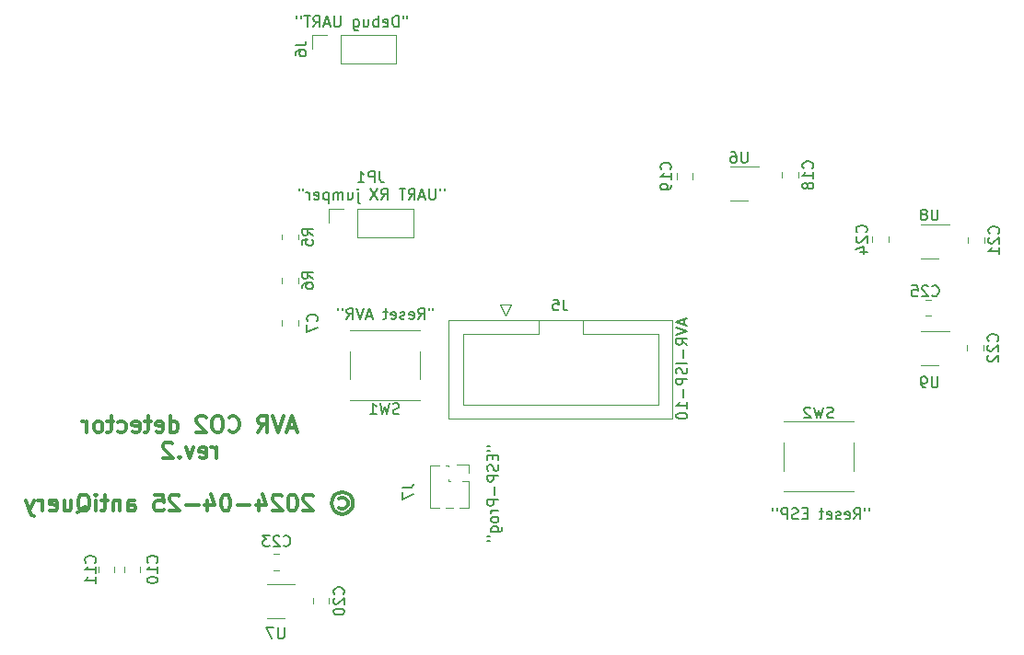
<source format=gbr>
%TF.GenerationSoftware,KiCad,Pcbnew,(6.0.11)*%
%TF.CreationDate,2024-04-25T23:10:29+03:00*%
%TF.ProjectId,avr-co2-detector,6176722d-636f-4322-9d64-65746563746f,rev.2*%
%TF.SameCoordinates,Original*%
%TF.FileFunction,Legend,Bot*%
%TF.FilePolarity,Positive*%
%FSLAX46Y46*%
G04 Gerber Fmt 4.6, Leading zero omitted, Abs format (unit mm)*
G04 Created by KiCad (PCBNEW (6.0.11)) date 2024-04-25 23:10:29*
%MOMM*%
%LPD*%
G01*
G04 APERTURE LIST*
%ADD10C,0.300000*%
%ADD11C,0.150000*%
%ADD12C,0.120000*%
G04 APERTURE END LIST*
D10*
X111250000Y-103227500D02*
X110535714Y-103227500D01*
X111392857Y-103656071D02*
X110892857Y-102156071D01*
X110392857Y-103656071D01*
X110107142Y-102156071D02*
X109607142Y-103656071D01*
X109107142Y-102156071D01*
X107750000Y-103656071D02*
X108250000Y-102941785D01*
X108607142Y-103656071D02*
X108607142Y-102156071D01*
X108035714Y-102156071D01*
X107892857Y-102227500D01*
X107821428Y-102298928D01*
X107750000Y-102441785D01*
X107750000Y-102656071D01*
X107821428Y-102798928D01*
X107892857Y-102870357D01*
X108035714Y-102941785D01*
X108607142Y-102941785D01*
X105107142Y-103513214D02*
X105178571Y-103584642D01*
X105392857Y-103656071D01*
X105535714Y-103656071D01*
X105750000Y-103584642D01*
X105892857Y-103441785D01*
X105964285Y-103298928D01*
X106035714Y-103013214D01*
X106035714Y-102798928D01*
X105964285Y-102513214D01*
X105892857Y-102370357D01*
X105750000Y-102227500D01*
X105535714Y-102156071D01*
X105392857Y-102156071D01*
X105178571Y-102227500D01*
X105107142Y-102298928D01*
X104178571Y-102156071D02*
X103892857Y-102156071D01*
X103750000Y-102227500D01*
X103607142Y-102370357D01*
X103535714Y-102656071D01*
X103535714Y-103156071D01*
X103607142Y-103441785D01*
X103750000Y-103584642D01*
X103892857Y-103656071D01*
X104178571Y-103656071D01*
X104321428Y-103584642D01*
X104464285Y-103441785D01*
X104535714Y-103156071D01*
X104535714Y-102656071D01*
X104464285Y-102370357D01*
X104321428Y-102227500D01*
X104178571Y-102156071D01*
X102964285Y-102298928D02*
X102892857Y-102227500D01*
X102750000Y-102156071D01*
X102392857Y-102156071D01*
X102250000Y-102227500D01*
X102178571Y-102298928D01*
X102107142Y-102441785D01*
X102107142Y-102584642D01*
X102178571Y-102798928D01*
X103035714Y-103656071D01*
X102107142Y-103656071D01*
X99678571Y-103656071D02*
X99678571Y-102156071D01*
X99678571Y-103584642D02*
X99821428Y-103656071D01*
X100107142Y-103656071D01*
X100250000Y-103584642D01*
X100321428Y-103513214D01*
X100392857Y-103370357D01*
X100392857Y-102941785D01*
X100321428Y-102798928D01*
X100250000Y-102727500D01*
X100107142Y-102656071D01*
X99821428Y-102656071D01*
X99678571Y-102727500D01*
X98392857Y-103584642D02*
X98535714Y-103656071D01*
X98821428Y-103656071D01*
X98964285Y-103584642D01*
X99035714Y-103441785D01*
X99035714Y-102870357D01*
X98964285Y-102727500D01*
X98821428Y-102656071D01*
X98535714Y-102656071D01*
X98392857Y-102727500D01*
X98321428Y-102870357D01*
X98321428Y-103013214D01*
X99035714Y-103156071D01*
X97892857Y-102656071D02*
X97321428Y-102656071D01*
X97678571Y-102156071D02*
X97678571Y-103441785D01*
X97607142Y-103584642D01*
X97464285Y-103656071D01*
X97321428Y-103656071D01*
X96250000Y-103584642D02*
X96392857Y-103656071D01*
X96678571Y-103656071D01*
X96821428Y-103584642D01*
X96892857Y-103441785D01*
X96892857Y-102870357D01*
X96821428Y-102727500D01*
X96678571Y-102656071D01*
X96392857Y-102656071D01*
X96250000Y-102727500D01*
X96178571Y-102870357D01*
X96178571Y-103013214D01*
X96892857Y-103156071D01*
X94892857Y-103584642D02*
X95035714Y-103656071D01*
X95321428Y-103656071D01*
X95464285Y-103584642D01*
X95535714Y-103513214D01*
X95607142Y-103370357D01*
X95607142Y-102941785D01*
X95535714Y-102798928D01*
X95464285Y-102727500D01*
X95321428Y-102656071D01*
X95035714Y-102656071D01*
X94892857Y-102727500D01*
X94464285Y-102656071D02*
X93892857Y-102656071D01*
X94250000Y-102156071D02*
X94250000Y-103441785D01*
X94178571Y-103584642D01*
X94035714Y-103656071D01*
X93892857Y-103656071D01*
X93178571Y-103656071D02*
X93321428Y-103584642D01*
X93392857Y-103513214D01*
X93464285Y-103370357D01*
X93464285Y-102941785D01*
X93392857Y-102798928D01*
X93321428Y-102727500D01*
X93178571Y-102656071D01*
X92964285Y-102656071D01*
X92821428Y-102727500D01*
X92750000Y-102798928D01*
X92678571Y-102941785D01*
X92678571Y-103370357D01*
X92750000Y-103513214D01*
X92821428Y-103584642D01*
X92964285Y-103656071D01*
X93178571Y-103656071D01*
X92035714Y-103656071D02*
X92035714Y-102656071D01*
X92035714Y-102941785D02*
X91964285Y-102798928D01*
X91892857Y-102727500D01*
X91750000Y-102656071D01*
X91607142Y-102656071D01*
X103892857Y-106071071D02*
X103892857Y-105071071D01*
X103892857Y-105356785D02*
X103821428Y-105213928D01*
X103750000Y-105142500D01*
X103607142Y-105071071D01*
X103464285Y-105071071D01*
X102392857Y-105999642D02*
X102535714Y-106071071D01*
X102821428Y-106071071D01*
X102964285Y-105999642D01*
X103035714Y-105856785D01*
X103035714Y-105285357D01*
X102964285Y-105142500D01*
X102821428Y-105071071D01*
X102535714Y-105071071D01*
X102392857Y-105142500D01*
X102321428Y-105285357D01*
X102321428Y-105428214D01*
X103035714Y-105571071D01*
X101821428Y-105071071D02*
X101464285Y-106071071D01*
X101107142Y-105071071D01*
X100535714Y-105928214D02*
X100464285Y-105999642D01*
X100535714Y-106071071D01*
X100607142Y-105999642D01*
X100535714Y-105928214D01*
X100535714Y-106071071D01*
X99892857Y-104713928D02*
X99821428Y-104642500D01*
X99678571Y-104571071D01*
X99321428Y-104571071D01*
X99178571Y-104642500D01*
X99107142Y-104713928D01*
X99035714Y-104856785D01*
X99035714Y-104999642D01*
X99107142Y-105213928D01*
X99964285Y-106071071D01*
X99035714Y-106071071D01*
X115214285Y-109758214D02*
X115357142Y-109686785D01*
X115642857Y-109686785D01*
X115785714Y-109758214D01*
X115928571Y-109901071D01*
X116000000Y-110043928D01*
X116000000Y-110329642D01*
X115928571Y-110472500D01*
X115785714Y-110615357D01*
X115642857Y-110686785D01*
X115357142Y-110686785D01*
X115214285Y-110615357D01*
X115500000Y-109186785D02*
X115857142Y-109258214D01*
X116214285Y-109472500D01*
X116428571Y-109829642D01*
X116500000Y-110186785D01*
X116428571Y-110543928D01*
X116214285Y-110901071D01*
X115857142Y-111115357D01*
X115500000Y-111186785D01*
X115142857Y-111115357D01*
X114785714Y-110901071D01*
X114571428Y-110543928D01*
X114500000Y-110186785D01*
X114571428Y-109829642D01*
X114785714Y-109472500D01*
X115142857Y-109258214D01*
X115500000Y-109186785D01*
X112785714Y-109543928D02*
X112714285Y-109472500D01*
X112571428Y-109401071D01*
X112214285Y-109401071D01*
X112071428Y-109472500D01*
X112000000Y-109543928D01*
X111928571Y-109686785D01*
X111928571Y-109829642D01*
X112000000Y-110043928D01*
X112857142Y-110901071D01*
X111928571Y-110901071D01*
X111000000Y-109401071D02*
X110857142Y-109401071D01*
X110714285Y-109472500D01*
X110642857Y-109543928D01*
X110571428Y-109686785D01*
X110500000Y-109972500D01*
X110500000Y-110329642D01*
X110571428Y-110615357D01*
X110642857Y-110758214D01*
X110714285Y-110829642D01*
X110857142Y-110901071D01*
X111000000Y-110901071D01*
X111142857Y-110829642D01*
X111214285Y-110758214D01*
X111285714Y-110615357D01*
X111357142Y-110329642D01*
X111357142Y-109972500D01*
X111285714Y-109686785D01*
X111214285Y-109543928D01*
X111142857Y-109472500D01*
X111000000Y-109401071D01*
X109928571Y-109543928D02*
X109857142Y-109472500D01*
X109714285Y-109401071D01*
X109357142Y-109401071D01*
X109214285Y-109472500D01*
X109142857Y-109543928D01*
X109071428Y-109686785D01*
X109071428Y-109829642D01*
X109142857Y-110043928D01*
X110000000Y-110901071D01*
X109071428Y-110901071D01*
X107785714Y-109901071D02*
X107785714Y-110901071D01*
X108142857Y-109329642D02*
X108500000Y-110401071D01*
X107571428Y-110401071D01*
X107000000Y-110329642D02*
X105857142Y-110329642D01*
X104857142Y-109401071D02*
X104714285Y-109401071D01*
X104571428Y-109472500D01*
X104500000Y-109543928D01*
X104428571Y-109686785D01*
X104357142Y-109972500D01*
X104357142Y-110329642D01*
X104428571Y-110615357D01*
X104500000Y-110758214D01*
X104571428Y-110829642D01*
X104714285Y-110901071D01*
X104857142Y-110901071D01*
X105000000Y-110829642D01*
X105071428Y-110758214D01*
X105142857Y-110615357D01*
X105214285Y-110329642D01*
X105214285Y-109972500D01*
X105142857Y-109686785D01*
X105071428Y-109543928D01*
X105000000Y-109472500D01*
X104857142Y-109401071D01*
X103071428Y-109901071D02*
X103071428Y-110901071D01*
X103428571Y-109329642D02*
X103785714Y-110401071D01*
X102857142Y-110401071D01*
X102285714Y-110329642D02*
X101142857Y-110329642D01*
X100500000Y-109543928D02*
X100428571Y-109472500D01*
X100285714Y-109401071D01*
X99928571Y-109401071D01*
X99785714Y-109472500D01*
X99714285Y-109543928D01*
X99642857Y-109686785D01*
X99642857Y-109829642D01*
X99714285Y-110043928D01*
X100571428Y-110901071D01*
X99642857Y-110901071D01*
X98285714Y-109401071D02*
X99000000Y-109401071D01*
X99071428Y-110115357D01*
X99000000Y-110043928D01*
X98857142Y-109972500D01*
X98500000Y-109972500D01*
X98357142Y-110043928D01*
X98285714Y-110115357D01*
X98214285Y-110258214D01*
X98214285Y-110615357D01*
X98285714Y-110758214D01*
X98357142Y-110829642D01*
X98500000Y-110901071D01*
X98857142Y-110901071D01*
X99000000Y-110829642D01*
X99071428Y-110758214D01*
X95785714Y-110901071D02*
X95785714Y-110115357D01*
X95857142Y-109972500D01*
X96000000Y-109901071D01*
X96285714Y-109901071D01*
X96428571Y-109972500D01*
X95785714Y-110829642D02*
X95928571Y-110901071D01*
X96285714Y-110901071D01*
X96428571Y-110829642D01*
X96500000Y-110686785D01*
X96500000Y-110543928D01*
X96428571Y-110401071D01*
X96285714Y-110329642D01*
X95928571Y-110329642D01*
X95785714Y-110258214D01*
X95071428Y-109901071D02*
X95071428Y-110901071D01*
X95071428Y-110043928D02*
X95000000Y-109972500D01*
X94857142Y-109901071D01*
X94642857Y-109901071D01*
X94500000Y-109972500D01*
X94428571Y-110115357D01*
X94428571Y-110901071D01*
X93928571Y-109901071D02*
X93357142Y-109901071D01*
X93714285Y-109401071D02*
X93714285Y-110686785D01*
X93642857Y-110829642D01*
X93500000Y-110901071D01*
X93357142Y-110901071D01*
X92857142Y-110901071D02*
X92857142Y-109901071D01*
X92857142Y-109401071D02*
X92928571Y-109472500D01*
X92857142Y-109543928D01*
X92785714Y-109472500D01*
X92857142Y-109401071D01*
X92857142Y-109543928D01*
X91142857Y-111043928D02*
X91285714Y-110972500D01*
X91428571Y-110829642D01*
X91642857Y-110615357D01*
X91785714Y-110543928D01*
X91928571Y-110543928D01*
X91857142Y-110901071D02*
X92000000Y-110829642D01*
X92142857Y-110686785D01*
X92214285Y-110401071D01*
X92214285Y-109901071D01*
X92142857Y-109615357D01*
X92000000Y-109472500D01*
X91857142Y-109401071D01*
X91571428Y-109401071D01*
X91428571Y-109472500D01*
X91285714Y-109615357D01*
X91214285Y-109901071D01*
X91214285Y-110401071D01*
X91285714Y-110686785D01*
X91428571Y-110829642D01*
X91571428Y-110901071D01*
X91857142Y-110901071D01*
X89928571Y-109901071D02*
X89928571Y-110901071D01*
X90571428Y-109901071D02*
X90571428Y-110686785D01*
X90500000Y-110829642D01*
X90357142Y-110901071D01*
X90142857Y-110901071D01*
X90000000Y-110829642D01*
X89928571Y-110758214D01*
X88642857Y-110829642D02*
X88785714Y-110901071D01*
X89071428Y-110901071D01*
X89214285Y-110829642D01*
X89285714Y-110686785D01*
X89285714Y-110115357D01*
X89214285Y-109972500D01*
X89071428Y-109901071D01*
X88785714Y-109901071D01*
X88642857Y-109972500D01*
X88571428Y-110115357D01*
X88571428Y-110258214D01*
X89285714Y-110401071D01*
X87928571Y-110901071D02*
X87928571Y-109901071D01*
X87928571Y-110186785D02*
X87857142Y-110043928D01*
X87785714Y-109972500D01*
X87642857Y-109901071D01*
X87500000Y-109901071D01*
X87142857Y-109901071D02*
X86785714Y-110901071D01*
X86428571Y-109901071D02*
X86785714Y-110901071D01*
X86928571Y-111258214D01*
X87000000Y-111329642D01*
X87142857Y-111401071D01*
D11*
%TO.C,C18*%
X158722856Y-79357142D02*
X158770475Y-79309523D01*
X158818094Y-79166666D01*
X158818094Y-79071428D01*
X158770475Y-78928571D01*
X158675237Y-78833333D01*
X158579999Y-78785714D01*
X158389523Y-78738095D01*
X158246666Y-78738095D01*
X158056190Y-78785714D01*
X157960952Y-78833333D01*
X157865714Y-78928571D01*
X157818094Y-79071428D01*
X157818094Y-79166666D01*
X157865714Y-79309523D01*
X157913333Y-79357142D01*
X158818094Y-80309523D02*
X158818094Y-79738095D01*
X158818094Y-80023809D02*
X157818094Y-80023809D01*
X157960952Y-79928571D01*
X158056190Y-79833333D01*
X158103809Y-79738095D01*
X158246666Y-80880952D02*
X158199047Y-80785714D01*
X158151428Y-80738095D01*
X158056190Y-80690476D01*
X158008571Y-80690476D01*
X157913333Y-80738095D01*
X157865714Y-80785714D01*
X157818094Y-80880952D01*
X157818094Y-81071428D01*
X157865714Y-81166666D01*
X157913333Y-81214285D01*
X158008571Y-81261904D01*
X158056190Y-81261904D01*
X158151428Y-81214285D01*
X158199047Y-81166666D01*
X158246666Y-81071428D01*
X158246666Y-80880952D01*
X158294285Y-80785714D01*
X158341904Y-80738095D01*
X158437142Y-80690476D01*
X158627618Y-80690476D01*
X158722856Y-80738095D01*
X158770475Y-80785714D01*
X158818094Y-80880952D01*
X158818094Y-81071428D01*
X158770475Y-81166666D01*
X158722856Y-81214285D01*
X158627618Y-81261904D01*
X158437142Y-81261904D01*
X158341904Y-81214285D01*
X158294285Y-81166666D01*
X158246666Y-81071428D01*
%TO.C,C10*%
X98457142Y-115657142D02*
X98504761Y-115609523D01*
X98552380Y-115466666D01*
X98552380Y-115371428D01*
X98504761Y-115228571D01*
X98409523Y-115133333D01*
X98314285Y-115085714D01*
X98123809Y-115038095D01*
X97980952Y-115038095D01*
X97790476Y-115085714D01*
X97695238Y-115133333D01*
X97600000Y-115228571D01*
X97552380Y-115371428D01*
X97552380Y-115466666D01*
X97600000Y-115609523D01*
X97647619Y-115657142D01*
X98552380Y-116609523D02*
X98552380Y-116038095D01*
X98552380Y-116323809D02*
X97552380Y-116323809D01*
X97695238Y-116228571D01*
X97790476Y-116133333D01*
X97838095Y-116038095D01*
X97552380Y-117228571D02*
X97552380Y-117323809D01*
X97600000Y-117419047D01*
X97647619Y-117466666D01*
X97742857Y-117514285D01*
X97933333Y-117561904D01*
X98171428Y-117561904D01*
X98361904Y-117514285D01*
X98457142Y-117466666D01*
X98504761Y-117419047D01*
X98552380Y-117323809D01*
X98552380Y-117228571D01*
X98504761Y-117133333D01*
X98457142Y-117085714D01*
X98361904Y-117038095D01*
X98171428Y-116990476D01*
X97933333Y-116990476D01*
X97742857Y-117038095D01*
X97647619Y-117085714D01*
X97600000Y-117133333D01*
X97552380Y-117228571D01*
%TO.C,U7*%
X110161904Y-121652380D02*
X110161904Y-122461904D01*
X110114285Y-122557142D01*
X110066666Y-122604761D01*
X109971428Y-122652380D01*
X109780952Y-122652380D01*
X109685714Y-122604761D01*
X109638095Y-122557142D01*
X109590476Y-122461904D01*
X109590476Y-121652380D01*
X109209523Y-121652380D02*
X108542857Y-121652380D01*
X108971428Y-122652380D01*
%TO.C,U9*%
X170261904Y-98552380D02*
X170261904Y-99361904D01*
X170214285Y-99457142D01*
X170166666Y-99504761D01*
X170071428Y-99552380D01*
X169880952Y-99552380D01*
X169785714Y-99504761D01*
X169738095Y-99457142D01*
X169690476Y-99361904D01*
X169690476Y-98552380D01*
X169166666Y-99552380D02*
X168976190Y-99552380D01*
X168880952Y-99504761D01*
X168833333Y-99457142D01*
X168738095Y-99314285D01*
X168690476Y-99123809D01*
X168690476Y-98742857D01*
X168738095Y-98647619D01*
X168785714Y-98600000D01*
X168880952Y-98552380D01*
X169071428Y-98552380D01*
X169166666Y-98600000D01*
X169214285Y-98647619D01*
X169261904Y-98742857D01*
X169261904Y-98980952D01*
X169214285Y-99076190D01*
X169166666Y-99123809D01*
X169071428Y-99171428D01*
X168880952Y-99171428D01*
X168785714Y-99123809D01*
X168738095Y-99076190D01*
X168690476Y-98980952D01*
%TO.C,C25*%
X169742857Y-91057142D02*
X169790476Y-91104761D01*
X169933333Y-91152380D01*
X170028571Y-91152380D01*
X170171428Y-91104761D01*
X170266666Y-91009523D01*
X170314285Y-90914285D01*
X170361904Y-90723809D01*
X170361904Y-90580952D01*
X170314285Y-90390476D01*
X170266666Y-90295238D01*
X170171428Y-90200000D01*
X170028571Y-90152380D01*
X169933333Y-90152380D01*
X169790476Y-90200000D01*
X169742857Y-90247619D01*
X169361904Y-90247619D02*
X169314285Y-90200000D01*
X169219047Y-90152380D01*
X168980952Y-90152380D01*
X168885714Y-90200000D01*
X168838095Y-90247619D01*
X168790476Y-90342857D01*
X168790476Y-90438095D01*
X168838095Y-90580952D01*
X169409523Y-91152380D01*
X168790476Y-91152380D01*
X167885714Y-90152380D02*
X168361904Y-90152380D01*
X168409523Y-90628571D01*
X168361904Y-90580952D01*
X168266666Y-90533333D01*
X168028571Y-90533333D01*
X167933333Y-90580952D01*
X167885714Y-90628571D01*
X167838095Y-90723809D01*
X167838095Y-90961904D01*
X167885714Y-91057142D01*
X167933333Y-91104761D01*
X168028571Y-91152380D01*
X168266666Y-91152380D01*
X168361904Y-91104761D01*
X168409523Y-91057142D01*
%TO.C,SW1*%
X120733333Y-101954761D02*
X120590476Y-102002380D01*
X120352380Y-102002380D01*
X120257142Y-101954761D01*
X120209523Y-101907142D01*
X120161904Y-101811904D01*
X120161904Y-101716666D01*
X120209523Y-101621428D01*
X120257142Y-101573809D01*
X120352380Y-101526190D01*
X120542857Y-101478571D01*
X120638095Y-101430952D01*
X120685714Y-101383333D01*
X120733333Y-101288095D01*
X120733333Y-101192857D01*
X120685714Y-101097619D01*
X120638095Y-101050000D01*
X120542857Y-101002380D01*
X120304761Y-101002380D01*
X120161904Y-101050000D01*
X119828571Y-101002380D02*
X119590476Y-102002380D01*
X119400000Y-101288095D01*
X119209523Y-102002380D01*
X118971428Y-101002380D01*
X118066666Y-102002380D02*
X118638095Y-102002380D01*
X118352380Y-102002380D02*
X118352380Y-101002380D01*
X118447619Y-101145238D01*
X118542857Y-101240476D01*
X118638095Y-101288095D01*
X123857142Y-92252380D02*
X123857142Y-92442857D01*
X123476190Y-92252380D02*
X123476190Y-92442857D01*
X122476190Y-93252380D02*
X122809523Y-92776190D01*
X123047619Y-93252380D02*
X123047619Y-92252380D01*
X122666666Y-92252380D01*
X122571428Y-92300000D01*
X122523809Y-92347619D01*
X122476190Y-92442857D01*
X122476190Y-92585714D01*
X122523809Y-92680952D01*
X122571428Y-92728571D01*
X122666666Y-92776190D01*
X123047619Y-92776190D01*
X121666666Y-93204761D02*
X121761904Y-93252380D01*
X121952380Y-93252380D01*
X122047619Y-93204761D01*
X122095238Y-93109523D01*
X122095238Y-92728571D01*
X122047619Y-92633333D01*
X121952380Y-92585714D01*
X121761904Y-92585714D01*
X121666666Y-92633333D01*
X121619047Y-92728571D01*
X121619047Y-92823809D01*
X122095238Y-92919047D01*
X121238095Y-93204761D02*
X121142857Y-93252380D01*
X120952380Y-93252380D01*
X120857142Y-93204761D01*
X120809523Y-93109523D01*
X120809523Y-93061904D01*
X120857142Y-92966666D01*
X120952380Y-92919047D01*
X121095238Y-92919047D01*
X121190476Y-92871428D01*
X121238095Y-92776190D01*
X121238095Y-92728571D01*
X121190476Y-92633333D01*
X121095238Y-92585714D01*
X120952380Y-92585714D01*
X120857142Y-92633333D01*
X120000000Y-93204761D02*
X120095238Y-93252380D01*
X120285714Y-93252380D01*
X120380952Y-93204761D01*
X120428571Y-93109523D01*
X120428571Y-92728571D01*
X120380952Y-92633333D01*
X120285714Y-92585714D01*
X120095238Y-92585714D01*
X120000000Y-92633333D01*
X119952380Y-92728571D01*
X119952380Y-92823809D01*
X120428571Y-92919047D01*
X119666666Y-92585714D02*
X119285714Y-92585714D01*
X119523809Y-92252380D02*
X119523809Y-93109523D01*
X119476190Y-93204761D01*
X119380952Y-93252380D01*
X119285714Y-93252380D01*
X118238095Y-92966666D02*
X117761904Y-92966666D01*
X118333333Y-93252380D02*
X118000000Y-92252380D01*
X117666666Y-93252380D01*
X117476190Y-92252380D02*
X117142857Y-93252380D01*
X116809523Y-92252380D01*
X115904761Y-93252380D02*
X116238095Y-92776190D01*
X116476190Y-93252380D02*
X116476190Y-92252380D01*
X116095238Y-92252380D01*
X116000000Y-92300000D01*
X115952380Y-92347619D01*
X115904761Y-92442857D01*
X115904761Y-92585714D01*
X115952380Y-92680952D01*
X116000000Y-92728571D01*
X116095238Y-92776190D01*
X116476190Y-92776190D01*
X115523809Y-92252380D02*
X115523809Y-92442857D01*
X115142857Y-92252380D02*
X115142857Y-92442857D01*
%TO.C,C23*%
X110105357Y-114057142D02*
X110152976Y-114104761D01*
X110295833Y-114152380D01*
X110391071Y-114152380D01*
X110533928Y-114104761D01*
X110629166Y-114009523D01*
X110676785Y-113914285D01*
X110724404Y-113723809D01*
X110724404Y-113580952D01*
X110676785Y-113390476D01*
X110629166Y-113295238D01*
X110533928Y-113200000D01*
X110391071Y-113152380D01*
X110295833Y-113152380D01*
X110152976Y-113200000D01*
X110105357Y-113247619D01*
X109724404Y-113247619D02*
X109676785Y-113200000D01*
X109581547Y-113152380D01*
X109343452Y-113152380D01*
X109248214Y-113200000D01*
X109200595Y-113247619D01*
X109152976Y-113342857D01*
X109152976Y-113438095D01*
X109200595Y-113580952D01*
X109772023Y-114152380D01*
X109152976Y-114152380D01*
X108819642Y-113152380D02*
X108200595Y-113152380D01*
X108533928Y-113533333D01*
X108391071Y-113533333D01*
X108295833Y-113580952D01*
X108248214Y-113628571D01*
X108200595Y-113723809D01*
X108200595Y-113961904D01*
X108248214Y-114057142D01*
X108295833Y-114104761D01*
X108391071Y-114152380D01*
X108676785Y-114152380D01*
X108772023Y-114104761D01*
X108819642Y-114057142D01*
%TO.C,J6*%
X111182380Y-68066666D02*
X111896666Y-68066666D01*
X112039523Y-68019047D01*
X112134761Y-67923809D01*
X112182380Y-67780952D01*
X112182380Y-67685714D01*
X111182380Y-68971428D02*
X111182380Y-68780952D01*
X111230000Y-68685714D01*
X111277619Y-68638095D01*
X111420476Y-68542857D01*
X111610952Y-68495238D01*
X111991904Y-68495238D01*
X112087142Y-68542857D01*
X112134761Y-68590476D01*
X112182380Y-68685714D01*
X112182380Y-68876190D01*
X112134761Y-68971428D01*
X112087142Y-69019047D01*
X111991904Y-69066666D01*
X111753809Y-69066666D01*
X111658571Y-69019047D01*
X111610952Y-68971428D01*
X111563333Y-68876190D01*
X111563333Y-68685714D01*
X111610952Y-68590476D01*
X111658571Y-68542857D01*
X111753809Y-68495238D01*
X121471428Y-65352380D02*
X121471428Y-65542857D01*
X121090476Y-65352380D02*
X121090476Y-65542857D01*
X120661904Y-66352380D02*
X120661904Y-65352380D01*
X120423809Y-65352380D01*
X120280952Y-65400000D01*
X120185714Y-65495238D01*
X120138095Y-65590476D01*
X120090476Y-65780952D01*
X120090476Y-65923809D01*
X120138095Y-66114285D01*
X120185714Y-66209523D01*
X120280952Y-66304761D01*
X120423809Y-66352380D01*
X120661904Y-66352380D01*
X119280952Y-66304761D02*
X119376190Y-66352380D01*
X119566666Y-66352380D01*
X119661904Y-66304761D01*
X119709523Y-66209523D01*
X119709523Y-65828571D01*
X119661904Y-65733333D01*
X119566666Y-65685714D01*
X119376190Y-65685714D01*
X119280952Y-65733333D01*
X119233333Y-65828571D01*
X119233333Y-65923809D01*
X119709523Y-66019047D01*
X118804761Y-66352380D02*
X118804761Y-65352380D01*
X118804761Y-65733333D02*
X118709523Y-65685714D01*
X118519047Y-65685714D01*
X118423809Y-65733333D01*
X118376190Y-65780952D01*
X118328571Y-65876190D01*
X118328571Y-66161904D01*
X118376190Y-66257142D01*
X118423809Y-66304761D01*
X118519047Y-66352380D01*
X118709523Y-66352380D01*
X118804761Y-66304761D01*
X117471428Y-65685714D02*
X117471428Y-66352380D01*
X117900000Y-65685714D02*
X117900000Y-66209523D01*
X117852380Y-66304761D01*
X117757142Y-66352380D01*
X117614285Y-66352380D01*
X117519047Y-66304761D01*
X117471428Y-66257142D01*
X116566666Y-65685714D02*
X116566666Y-66495238D01*
X116614285Y-66590476D01*
X116661904Y-66638095D01*
X116757142Y-66685714D01*
X116900000Y-66685714D01*
X116995238Y-66638095D01*
X116566666Y-66304761D02*
X116661904Y-66352380D01*
X116852380Y-66352380D01*
X116947619Y-66304761D01*
X116995238Y-66257142D01*
X117042857Y-66161904D01*
X117042857Y-65876190D01*
X116995238Y-65780952D01*
X116947619Y-65733333D01*
X116852380Y-65685714D01*
X116661904Y-65685714D01*
X116566666Y-65733333D01*
X115328571Y-65352380D02*
X115328571Y-66161904D01*
X115280952Y-66257142D01*
X115233333Y-66304761D01*
X115138095Y-66352380D01*
X114947619Y-66352380D01*
X114852380Y-66304761D01*
X114804761Y-66257142D01*
X114757142Y-66161904D01*
X114757142Y-65352380D01*
X114328571Y-66066666D02*
X113852380Y-66066666D01*
X114423809Y-66352380D02*
X114090476Y-65352380D01*
X113757142Y-66352380D01*
X112852380Y-66352380D02*
X113185714Y-65876190D01*
X113423809Y-66352380D02*
X113423809Y-65352380D01*
X113042857Y-65352380D01*
X112947619Y-65400000D01*
X112900000Y-65447619D01*
X112852380Y-65542857D01*
X112852380Y-65685714D01*
X112900000Y-65780952D01*
X112947619Y-65828571D01*
X113042857Y-65876190D01*
X113423809Y-65876190D01*
X112566666Y-65352380D02*
X111995238Y-65352380D01*
X112280952Y-66352380D02*
X112280952Y-65352380D01*
X111709523Y-65352380D02*
X111709523Y-65542857D01*
X111328571Y-65352380D02*
X111328571Y-65542857D01*
%TO.C,C22*%
X175737142Y-95257142D02*
X175784761Y-95209523D01*
X175832380Y-95066666D01*
X175832380Y-94971428D01*
X175784761Y-94828571D01*
X175689523Y-94733333D01*
X175594285Y-94685714D01*
X175403809Y-94638095D01*
X175260952Y-94638095D01*
X175070476Y-94685714D01*
X174975238Y-94733333D01*
X174880000Y-94828571D01*
X174832380Y-94971428D01*
X174832380Y-95066666D01*
X174880000Y-95209523D01*
X174927619Y-95257142D01*
X174927619Y-95638095D02*
X174880000Y-95685714D01*
X174832380Y-95780952D01*
X174832380Y-96019047D01*
X174880000Y-96114285D01*
X174927619Y-96161904D01*
X175022857Y-96209523D01*
X175118095Y-96209523D01*
X175260952Y-96161904D01*
X175832380Y-95590476D01*
X175832380Y-96209523D01*
X174927619Y-96590476D02*
X174880000Y-96638095D01*
X174832380Y-96733333D01*
X174832380Y-96971428D01*
X174880000Y-97066666D01*
X174927619Y-97114285D01*
X175022857Y-97161904D01*
X175118095Y-97161904D01*
X175260952Y-97114285D01*
X175832380Y-96542857D01*
X175832380Y-97161904D01*
%TO.C,JP1*%
X118933333Y-79652380D02*
X118933333Y-80366666D01*
X118980952Y-80509523D01*
X119076190Y-80604761D01*
X119219047Y-80652380D01*
X119314285Y-80652380D01*
X118457142Y-80652380D02*
X118457142Y-79652380D01*
X118076190Y-79652380D01*
X117980952Y-79700000D01*
X117933333Y-79747619D01*
X117885714Y-79842857D01*
X117885714Y-79985714D01*
X117933333Y-80080952D01*
X117980952Y-80128571D01*
X118076190Y-80176190D01*
X118457142Y-80176190D01*
X116933333Y-80652380D02*
X117504761Y-80652380D01*
X117219047Y-80652380D02*
X117219047Y-79652380D01*
X117314285Y-79795238D01*
X117409523Y-79890476D01*
X117504761Y-79938095D01*
X124890476Y-81252380D02*
X124890476Y-81442857D01*
X124509523Y-81252380D02*
X124509523Y-81442857D01*
X124080952Y-81252380D02*
X124080952Y-82061904D01*
X124033333Y-82157142D01*
X123985714Y-82204761D01*
X123890476Y-82252380D01*
X123700000Y-82252380D01*
X123604761Y-82204761D01*
X123557142Y-82157142D01*
X123509523Y-82061904D01*
X123509523Y-81252380D01*
X123080952Y-81966666D02*
X122604761Y-81966666D01*
X123176190Y-82252380D02*
X122842857Y-81252380D01*
X122509523Y-82252380D01*
X121604761Y-82252380D02*
X121938095Y-81776190D01*
X122176190Y-82252380D02*
X122176190Y-81252380D01*
X121795238Y-81252380D01*
X121700000Y-81300000D01*
X121652380Y-81347619D01*
X121604761Y-81442857D01*
X121604761Y-81585714D01*
X121652380Y-81680952D01*
X121700000Y-81728571D01*
X121795238Y-81776190D01*
X122176190Y-81776190D01*
X121319047Y-81252380D02*
X120747619Y-81252380D01*
X121033333Y-82252380D02*
X121033333Y-81252380D01*
X119080952Y-82252380D02*
X119414285Y-81776190D01*
X119652380Y-82252380D02*
X119652380Y-81252380D01*
X119271428Y-81252380D01*
X119176190Y-81300000D01*
X119128571Y-81347619D01*
X119080952Y-81442857D01*
X119080952Y-81585714D01*
X119128571Y-81680952D01*
X119176190Y-81728571D01*
X119271428Y-81776190D01*
X119652380Y-81776190D01*
X118747619Y-81252380D02*
X118080952Y-82252380D01*
X118080952Y-81252380D02*
X118747619Y-82252380D01*
X116938095Y-81585714D02*
X116938095Y-82442857D01*
X116985714Y-82538095D01*
X117080952Y-82585714D01*
X117128571Y-82585714D01*
X116938095Y-81252380D02*
X116985714Y-81300000D01*
X116938095Y-81347619D01*
X116890476Y-81300000D01*
X116938095Y-81252380D01*
X116938095Y-81347619D01*
X116033333Y-81585714D02*
X116033333Y-82252380D01*
X116461904Y-81585714D02*
X116461904Y-82109523D01*
X116414285Y-82204761D01*
X116319047Y-82252380D01*
X116176190Y-82252380D01*
X116080952Y-82204761D01*
X116033333Y-82157142D01*
X115557142Y-82252380D02*
X115557142Y-81585714D01*
X115557142Y-81680952D02*
X115509523Y-81633333D01*
X115414285Y-81585714D01*
X115271428Y-81585714D01*
X115176190Y-81633333D01*
X115128571Y-81728571D01*
X115128571Y-82252380D01*
X115128571Y-81728571D02*
X115080952Y-81633333D01*
X114985714Y-81585714D01*
X114842857Y-81585714D01*
X114747619Y-81633333D01*
X114700000Y-81728571D01*
X114700000Y-82252380D01*
X114223809Y-81585714D02*
X114223809Y-82585714D01*
X114223809Y-81633333D02*
X114128571Y-81585714D01*
X113938095Y-81585714D01*
X113842857Y-81633333D01*
X113795238Y-81680952D01*
X113747619Y-81776190D01*
X113747619Y-82061904D01*
X113795238Y-82157142D01*
X113842857Y-82204761D01*
X113938095Y-82252380D01*
X114128571Y-82252380D01*
X114223809Y-82204761D01*
X112938095Y-82204761D02*
X113033333Y-82252380D01*
X113223809Y-82252380D01*
X113319047Y-82204761D01*
X113366666Y-82109523D01*
X113366666Y-81728571D01*
X113319047Y-81633333D01*
X113223809Y-81585714D01*
X113033333Y-81585714D01*
X112938095Y-81633333D01*
X112890476Y-81728571D01*
X112890476Y-81823809D01*
X113366666Y-81919047D01*
X112461904Y-82252380D02*
X112461904Y-81585714D01*
X112461904Y-81776190D02*
X112414285Y-81680952D01*
X112366666Y-81633333D01*
X112271428Y-81585714D01*
X112176190Y-81585714D01*
X111890476Y-81252380D02*
X111890476Y-81442857D01*
X111509523Y-81252380D02*
X111509523Y-81442857D01*
%TO.C,J7*%
X121052380Y-108766666D02*
X121766666Y-108766666D01*
X121909523Y-108719047D01*
X122004761Y-108623809D01*
X122052380Y-108480952D01*
X122052380Y-108385714D01*
X121052380Y-109147619D02*
X121052380Y-109814285D01*
X122052380Y-109385714D01*
X128852380Y-104966666D02*
X129042857Y-104966666D01*
X128852380Y-105347619D02*
X129042857Y-105347619D01*
X129328571Y-105776190D02*
X129328571Y-106109523D01*
X129852380Y-106252380D02*
X129852380Y-105776190D01*
X128852380Y-105776190D01*
X128852380Y-106252380D01*
X129804761Y-106633333D02*
X129852380Y-106776190D01*
X129852380Y-107014285D01*
X129804761Y-107109523D01*
X129757142Y-107157142D01*
X129661904Y-107204761D01*
X129566666Y-107204761D01*
X129471428Y-107157142D01*
X129423809Y-107109523D01*
X129376190Y-107014285D01*
X129328571Y-106823809D01*
X129280952Y-106728571D01*
X129233333Y-106680952D01*
X129138095Y-106633333D01*
X129042857Y-106633333D01*
X128947619Y-106680952D01*
X128900000Y-106728571D01*
X128852380Y-106823809D01*
X128852380Y-107061904D01*
X128900000Y-107204761D01*
X129852380Y-107633333D02*
X128852380Y-107633333D01*
X128852380Y-108014285D01*
X128900000Y-108109523D01*
X128947619Y-108157142D01*
X129042857Y-108204761D01*
X129185714Y-108204761D01*
X129280952Y-108157142D01*
X129328571Y-108109523D01*
X129376190Y-108014285D01*
X129376190Y-107633333D01*
X129471428Y-108633333D02*
X129471428Y-109395238D01*
X129852380Y-109871428D02*
X128852380Y-109871428D01*
X128852380Y-110252380D01*
X128900000Y-110347619D01*
X128947619Y-110395238D01*
X129042857Y-110442857D01*
X129185714Y-110442857D01*
X129280952Y-110395238D01*
X129328571Y-110347619D01*
X129376190Y-110252380D01*
X129376190Y-109871428D01*
X129852380Y-110871428D02*
X129185714Y-110871428D01*
X129376190Y-110871428D02*
X129280952Y-110919047D01*
X129233333Y-110966666D01*
X129185714Y-111061904D01*
X129185714Y-111157142D01*
X129852380Y-111633333D02*
X129804761Y-111538095D01*
X129757142Y-111490476D01*
X129661904Y-111442857D01*
X129376190Y-111442857D01*
X129280952Y-111490476D01*
X129233333Y-111538095D01*
X129185714Y-111633333D01*
X129185714Y-111776190D01*
X129233333Y-111871428D01*
X129280952Y-111919047D01*
X129376190Y-111966666D01*
X129661904Y-111966666D01*
X129757142Y-111919047D01*
X129804761Y-111871428D01*
X129852380Y-111776190D01*
X129852380Y-111633333D01*
X129185714Y-112823809D02*
X129995238Y-112823809D01*
X130090476Y-112776190D01*
X130138095Y-112728571D01*
X130185714Y-112633333D01*
X130185714Y-112490476D01*
X130138095Y-112395238D01*
X129804761Y-112823809D02*
X129852380Y-112728571D01*
X129852380Y-112538095D01*
X129804761Y-112442857D01*
X129757142Y-112395238D01*
X129661904Y-112347619D01*
X129376190Y-112347619D01*
X129280952Y-112395238D01*
X129233333Y-112442857D01*
X129185714Y-112538095D01*
X129185714Y-112728571D01*
X129233333Y-112823809D01*
X128852380Y-113252380D02*
X129042857Y-113252380D01*
X128852380Y-113633333D02*
X129042857Y-113633333D01*
%TO.C,U6*%
X152761904Y-77852380D02*
X152761904Y-78661904D01*
X152714285Y-78757142D01*
X152666666Y-78804761D01*
X152571428Y-78852380D01*
X152380952Y-78852380D01*
X152285714Y-78804761D01*
X152238095Y-78757142D01*
X152190476Y-78661904D01*
X152190476Y-77852380D01*
X151285714Y-77852380D02*
X151476190Y-77852380D01*
X151571428Y-77900000D01*
X151619047Y-77947619D01*
X151714285Y-78090476D01*
X151761904Y-78280952D01*
X151761904Y-78661904D01*
X151714285Y-78757142D01*
X151666666Y-78804761D01*
X151571428Y-78852380D01*
X151380952Y-78852380D01*
X151285714Y-78804761D01*
X151238095Y-78757142D01*
X151190476Y-78661904D01*
X151190476Y-78423809D01*
X151238095Y-78328571D01*
X151285714Y-78280952D01*
X151380952Y-78233333D01*
X151571428Y-78233333D01*
X151666666Y-78280952D01*
X151714285Y-78328571D01*
X151761904Y-78423809D01*
%TO.C,C7*%
X113157142Y-93433333D02*
X113204761Y-93385714D01*
X113252380Y-93242857D01*
X113252380Y-93147619D01*
X113204761Y-93004761D01*
X113109523Y-92909523D01*
X113014285Y-92861904D01*
X112823809Y-92814285D01*
X112680952Y-92814285D01*
X112490476Y-92861904D01*
X112395238Y-92909523D01*
X112300000Y-93004761D01*
X112252380Y-93147619D01*
X112252380Y-93242857D01*
X112300000Y-93385714D01*
X112347619Y-93433333D01*
X112252380Y-93766666D02*
X112252380Y-94433333D01*
X113252380Y-94004761D01*
%TO.C,C24*%
X163662856Y-85257142D02*
X163710475Y-85209523D01*
X163758094Y-85066666D01*
X163758094Y-84971428D01*
X163710475Y-84828571D01*
X163615237Y-84733333D01*
X163519999Y-84685714D01*
X163329523Y-84638095D01*
X163186666Y-84638095D01*
X162996190Y-84685714D01*
X162900952Y-84733333D01*
X162805714Y-84828571D01*
X162758094Y-84971428D01*
X162758094Y-85066666D01*
X162805714Y-85209523D01*
X162853333Y-85257142D01*
X162853333Y-85638095D02*
X162805714Y-85685714D01*
X162758094Y-85780952D01*
X162758094Y-86019047D01*
X162805714Y-86114285D01*
X162853333Y-86161904D01*
X162948571Y-86209523D01*
X163043809Y-86209523D01*
X163186666Y-86161904D01*
X163758094Y-85590476D01*
X163758094Y-86209523D01*
X163091428Y-87066666D02*
X163758094Y-87066666D01*
X162710475Y-86828571D02*
X163424761Y-86590476D01*
X163424761Y-87209523D01*
%TO.C,R6*%
X112802380Y-89533333D02*
X112326190Y-89200000D01*
X112802380Y-88961904D02*
X111802380Y-88961904D01*
X111802380Y-89342857D01*
X111850000Y-89438095D01*
X111897619Y-89485714D01*
X111992857Y-89533333D01*
X112135714Y-89533333D01*
X112230952Y-89485714D01*
X112278571Y-89438095D01*
X112326190Y-89342857D01*
X112326190Y-88961904D01*
X111802380Y-90390476D02*
X111802380Y-90200000D01*
X111850000Y-90104761D01*
X111897619Y-90057142D01*
X112040476Y-89961904D01*
X112230952Y-89914285D01*
X112611904Y-89914285D01*
X112707142Y-89961904D01*
X112754761Y-90009523D01*
X112802380Y-90104761D01*
X112802380Y-90295238D01*
X112754761Y-90390476D01*
X112707142Y-90438095D01*
X112611904Y-90485714D01*
X112373809Y-90485714D01*
X112278571Y-90438095D01*
X112230952Y-90390476D01*
X112183333Y-90295238D01*
X112183333Y-90104761D01*
X112230952Y-90009523D01*
X112278571Y-89961904D01*
X112373809Y-89914285D01*
%TO.C,C21*%
X175822856Y-85357142D02*
X175870475Y-85309523D01*
X175918094Y-85166666D01*
X175918094Y-85071428D01*
X175870475Y-84928571D01*
X175775237Y-84833333D01*
X175679999Y-84785714D01*
X175489523Y-84738095D01*
X175346666Y-84738095D01*
X175156190Y-84785714D01*
X175060952Y-84833333D01*
X174965714Y-84928571D01*
X174918094Y-85071428D01*
X174918094Y-85166666D01*
X174965714Y-85309523D01*
X175013333Y-85357142D01*
X175013333Y-85738095D02*
X174965714Y-85785714D01*
X174918094Y-85880952D01*
X174918094Y-86119047D01*
X174965714Y-86214285D01*
X175013333Y-86261904D01*
X175108571Y-86309523D01*
X175203809Y-86309523D01*
X175346666Y-86261904D01*
X175918094Y-85690476D01*
X175918094Y-86309523D01*
X175918094Y-87261904D02*
X175918094Y-86690476D01*
X175918094Y-86976190D02*
X174918094Y-86976190D01*
X175060952Y-86880952D01*
X175156190Y-86785714D01*
X175203809Y-86690476D01*
%TO.C,SW2*%
X160633333Y-102304761D02*
X160490476Y-102352380D01*
X160252380Y-102352380D01*
X160157142Y-102304761D01*
X160109523Y-102257142D01*
X160061904Y-102161904D01*
X160061904Y-102066666D01*
X160109523Y-101971428D01*
X160157142Y-101923809D01*
X160252380Y-101876190D01*
X160442857Y-101828571D01*
X160538095Y-101780952D01*
X160585714Y-101733333D01*
X160633333Y-101638095D01*
X160633333Y-101542857D01*
X160585714Y-101447619D01*
X160538095Y-101400000D01*
X160442857Y-101352380D01*
X160204761Y-101352380D01*
X160061904Y-101400000D01*
X159728571Y-101352380D02*
X159490476Y-102352380D01*
X159300000Y-101638095D01*
X159109523Y-102352380D01*
X158871428Y-101352380D01*
X158538095Y-101447619D02*
X158490476Y-101400000D01*
X158395238Y-101352380D01*
X158157142Y-101352380D01*
X158061904Y-101400000D01*
X158014285Y-101447619D01*
X157966666Y-101542857D01*
X157966666Y-101638095D01*
X158014285Y-101780952D01*
X158585714Y-102352380D01*
X157966666Y-102352380D01*
X163928571Y-110652380D02*
X163928571Y-110842857D01*
X163547619Y-110652380D02*
X163547619Y-110842857D01*
X162547619Y-111652380D02*
X162880952Y-111176190D01*
X163119047Y-111652380D02*
X163119047Y-110652380D01*
X162738095Y-110652380D01*
X162642857Y-110700000D01*
X162595238Y-110747619D01*
X162547619Y-110842857D01*
X162547619Y-110985714D01*
X162595238Y-111080952D01*
X162642857Y-111128571D01*
X162738095Y-111176190D01*
X163119047Y-111176190D01*
X161738095Y-111604761D02*
X161833333Y-111652380D01*
X162023809Y-111652380D01*
X162119047Y-111604761D01*
X162166666Y-111509523D01*
X162166666Y-111128571D01*
X162119047Y-111033333D01*
X162023809Y-110985714D01*
X161833333Y-110985714D01*
X161738095Y-111033333D01*
X161690476Y-111128571D01*
X161690476Y-111223809D01*
X162166666Y-111319047D01*
X161309523Y-111604761D02*
X161214285Y-111652380D01*
X161023809Y-111652380D01*
X160928571Y-111604761D01*
X160880952Y-111509523D01*
X160880952Y-111461904D01*
X160928571Y-111366666D01*
X161023809Y-111319047D01*
X161166666Y-111319047D01*
X161261904Y-111271428D01*
X161309523Y-111176190D01*
X161309523Y-111128571D01*
X161261904Y-111033333D01*
X161166666Y-110985714D01*
X161023809Y-110985714D01*
X160928571Y-111033333D01*
X160071428Y-111604761D02*
X160166666Y-111652380D01*
X160357142Y-111652380D01*
X160452380Y-111604761D01*
X160500000Y-111509523D01*
X160500000Y-111128571D01*
X160452380Y-111033333D01*
X160357142Y-110985714D01*
X160166666Y-110985714D01*
X160071428Y-111033333D01*
X160023809Y-111128571D01*
X160023809Y-111223809D01*
X160500000Y-111319047D01*
X159738095Y-110985714D02*
X159357142Y-110985714D01*
X159595238Y-110652380D02*
X159595238Y-111509523D01*
X159547619Y-111604761D01*
X159452380Y-111652380D01*
X159357142Y-111652380D01*
X158261904Y-111128571D02*
X157928571Y-111128571D01*
X157785714Y-111652380D02*
X158261904Y-111652380D01*
X158261904Y-110652380D01*
X157785714Y-110652380D01*
X157404761Y-111604761D02*
X157261904Y-111652380D01*
X157023809Y-111652380D01*
X156928571Y-111604761D01*
X156880952Y-111557142D01*
X156833333Y-111461904D01*
X156833333Y-111366666D01*
X156880952Y-111271428D01*
X156928571Y-111223809D01*
X157023809Y-111176190D01*
X157214285Y-111128571D01*
X157309523Y-111080952D01*
X157357142Y-111033333D01*
X157404761Y-110938095D01*
X157404761Y-110842857D01*
X157357142Y-110747619D01*
X157309523Y-110700000D01*
X157214285Y-110652380D01*
X156976190Y-110652380D01*
X156833333Y-110700000D01*
X156404761Y-111652380D02*
X156404761Y-110652380D01*
X156023809Y-110652380D01*
X155928571Y-110700000D01*
X155880952Y-110747619D01*
X155833333Y-110842857D01*
X155833333Y-110985714D01*
X155880952Y-111080952D01*
X155928571Y-111128571D01*
X156023809Y-111176190D01*
X156404761Y-111176190D01*
X155452380Y-110652380D02*
X155452380Y-110842857D01*
X155071428Y-110652380D02*
X155071428Y-110842857D01*
%TO.C,U8*%
X170261904Y-83152380D02*
X170261904Y-83961904D01*
X170214285Y-84057142D01*
X170166666Y-84104761D01*
X170071428Y-84152380D01*
X169880952Y-84152380D01*
X169785714Y-84104761D01*
X169738095Y-84057142D01*
X169690476Y-83961904D01*
X169690476Y-83152380D01*
X169071428Y-83580952D02*
X169166666Y-83533333D01*
X169214285Y-83485714D01*
X169261904Y-83390476D01*
X169261904Y-83342857D01*
X169214285Y-83247619D01*
X169166666Y-83200000D01*
X169071428Y-83152380D01*
X168880952Y-83152380D01*
X168785714Y-83200000D01*
X168738095Y-83247619D01*
X168690476Y-83342857D01*
X168690476Y-83390476D01*
X168738095Y-83485714D01*
X168785714Y-83533333D01*
X168880952Y-83580952D01*
X169071428Y-83580952D01*
X169166666Y-83628571D01*
X169214285Y-83676190D01*
X169261904Y-83771428D01*
X169261904Y-83961904D01*
X169214285Y-84057142D01*
X169166666Y-84104761D01*
X169071428Y-84152380D01*
X168880952Y-84152380D01*
X168785714Y-84104761D01*
X168738095Y-84057142D01*
X168690476Y-83961904D01*
X168690476Y-83771428D01*
X168738095Y-83676190D01*
X168785714Y-83628571D01*
X168880952Y-83580952D01*
%TO.C,C11*%
X92757142Y-115657142D02*
X92804761Y-115609523D01*
X92852380Y-115466666D01*
X92852380Y-115371428D01*
X92804761Y-115228571D01*
X92709523Y-115133333D01*
X92614285Y-115085714D01*
X92423809Y-115038095D01*
X92280952Y-115038095D01*
X92090476Y-115085714D01*
X91995238Y-115133333D01*
X91900000Y-115228571D01*
X91852380Y-115371428D01*
X91852380Y-115466666D01*
X91900000Y-115609523D01*
X91947619Y-115657142D01*
X92852380Y-116609523D02*
X92852380Y-116038095D01*
X92852380Y-116323809D02*
X91852380Y-116323809D01*
X91995238Y-116228571D01*
X92090476Y-116133333D01*
X92138095Y-116038095D01*
X92852380Y-117561904D02*
X92852380Y-116990476D01*
X92852380Y-117276190D02*
X91852380Y-117276190D01*
X91995238Y-117180952D01*
X92090476Y-117085714D01*
X92138095Y-116990476D01*
%TO.C,R5*%
X112802380Y-85533333D02*
X112326190Y-85200000D01*
X112802380Y-84961904D02*
X111802380Y-84961904D01*
X111802380Y-85342857D01*
X111850000Y-85438095D01*
X111897619Y-85485714D01*
X111992857Y-85533333D01*
X112135714Y-85533333D01*
X112230952Y-85485714D01*
X112278571Y-85438095D01*
X112326190Y-85342857D01*
X112326190Y-84961904D01*
X111802380Y-86438095D02*
X111802380Y-85961904D01*
X112278571Y-85914285D01*
X112230952Y-85961904D01*
X112183333Y-86057142D01*
X112183333Y-86295238D01*
X112230952Y-86390476D01*
X112278571Y-86438095D01*
X112373809Y-86485714D01*
X112611904Y-86485714D01*
X112707142Y-86438095D01*
X112754761Y-86390476D01*
X112802380Y-86295238D01*
X112802380Y-86057142D01*
X112754761Y-85961904D01*
X112707142Y-85914285D01*
%TO.C,C20*%
X115599642Y-118557142D02*
X115647261Y-118509523D01*
X115694880Y-118366666D01*
X115694880Y-118271428D01*
X115647261Y-118128571D01*
X115552023Y-118033333D01*
X115456785Y-117985714D01*
X115266309Y-117938095D01*
X115123452Y-117938095D01*
X114932976Y-117985714D01*
X114837738Y-118033333D01*
X114742500Y-118128571D01*
X114694880Y-118271428D01*
X114694880Y-118366666D01*
X114742500Y-118509523D01*
X114790119Y-118557142D01*
X114790119Y-118938095D02*
X114742500Y-118985714D01*
X114694880Y-119080952D01*
X114694880Y-119319047D01*
X114742500Y-119414285D01*
X114790119Y-119461904D01*
X114885357Y-119509523D01*
X114980595Y-119509523D01*
X115123452Y-119461904D01*
X115694880Y-118890476D01*
X115694880Y-119509523D01*
X114694880Y-120128571D02*
X114694880Y-120223809D01*
X114742500Y-120319047D01*
X114790119Y-120366666D01*
X114885357Y-120414285D01*
X115075833Y-120461904D01*
X115313928Y-120461904D01*
X115504404Y-120414285D01*
X115599642Y-120366666D01*
X115647261Y-120319047D01*
X115694880Y-120223809D01*
X115694880Y-120128571D01*
X115647261Y-120033333D01*
X115599642Y-119985714D01*
X115504404Y-119938095D01*
X115313928Y-119890476D01*
X115075833Y-119890476D01*
X114885357Y-119938095D01*
X114790119Y-119985714D01*
X114742500Y-120033333D01*
X114694880Y-120128571D01*
%TO.C,C19*%
X145662856Y-79457142D02*
X145710475Y-79409523D01*
X145758094Y-79266666D01*
X145758094Y-79171428D01*
X145710475Y-79028571D01*
X145615237Y-78933333D01*
X145519999Y-78885714D01*
X145329523Y-78838095D01*
X145186666Y-78838095D01*
X144996190Y-78885714D01*
X144900952Y-78933333D01*
X144805714Y-79028571D01*
X144758094Y-79171428D01*
X144758094Y-79266666D01*
X144805714Y-79409523D01*
X144853333Y-79457142D01*
X145758094Y-80409523D02*
X145758094Y-79838095D01*
X145758094Y-80123809D02*
X144758094Y-80123809D01*
X144900952Y-80028571D01*
X144996190Y-79933333D01*
X145043809Y-79838095D01*
X145758094Y-80885714D02*
X145758094Y-81076190D01*
X145710475Y-81171428D01*
X145662856Y-81219047D01*
X145519999Y-81314285D01*
X145329523Y-81361904D01*
X144948571Y-81361904D01*
X144853333Y-81314285D01*
X144805714Y-81266666D01*
X144758094Y-81171428D01*
X144758094Y-80980952D01*
X144805714Y-80885714D01*
X144853333Y-80838095D01*
X144948571Y-80790476D01*
X145186666Y-80790476D01*
X145281904Y-80838095D01*
X145329523Y-80885714D01*
X145377142Y-80980952D01*
X145377142Y-81171428D01*
X145329523Y-81266666D01*
X145281904Y-81314285D01*
X145186666Y-81361904D01*
%TO.C,J5*%
X135833333Y-91452380D02*
X135833333Y-92166666D01*
X135880952Y-92309523D01*
X135976190Y-92404761D01*
X136119047Y-92452380D01*
X136214285Y-92452380D01*
X134880952Y-91452380D02*
X135357142Y-91452380D01*
X135404761Y-91928571D01*
X135357142Y-91880952D01*
X135261904Y-91833333D01*
X135023809Y-91833333D01*
X134928571Y-91880952D01*
X134880952Y-91928571D01*
X134833333Y-92023809D01*
X134833333Y-92261904D01*
X134880952Y-92357142D01*
X134928571Y-92404761D01*
X135023809Y-92452380D01*
X135261904Y-92452380D01*
X135357142Y-92404761D01*
X135404761Y-92357142D01*
X146926666Y-93298571D02*
X146926666Y-93774761D01*
X147212380Y-93203333D02*
X146212380Y-93536666D01*
X147212380Y-93870000D01*
X146212380Y-94060476D02*
X147212380Y-94393809D01*
X146212380Y-94727142D01*
X147212380Y-95631904D02*
X146736190Y-95298571D01*
X147212380Y-95060476D02*
X146212380Y-95060476D01*
X146212380Y-95441428D01*
X146260000Y-95536666D01*
X146307619Y-95584285D01*
X146402857Y-95631904D01*
X146545714Y-95631904D01*
X146640952Y-95584285D01*
X146688571Y-95536666D01*
X146736190Y-95441428D01*
X146736190Y-95060476D01*
X146831428Y-96060476D02*
X146831428Y-96822380D01*
X147212380Y-97298571D02*
X146212380Y-97298571D01*
X147164761Y-97727142D02*
X147212380Y-97870000D01*
X147212380Y-98108095D01*
X147164761Y-98203333D01*
X147117142Y-98250952D01*
X147021904Y-98298571D01*
X146926666Y-98298571D01*
X146831428Y-98250952D01*
X146783809Y-98203333D01*
X146736190Y-98108095D01*
X146688571Y-97917619D01*
X146640952Y-97822380D01*
X146593333Y-97774761D01*
X146498095Y-97727142D01*
X146402857Y-97727142D01*
X146307619Y-97774761D01*
X146260000Y-97822380D01*
X146212380Y-97917619D01*
X146212380Y-98155714D01*
X146260000Y-98298571D01*
X147212380Y-98727142D02*
X146212380Y-98727142D01*
X146212380Y-99108095D01*
X146260000Y-99203333D01*
X146307619Y-99250952D01*
X146402857Y-99298571D01*
X146545714Y-99298571D01*
X146640952Y-99250952D01*
X146688571Y-99203333D01*
X146736190Y-99108095D01*
X146736190Y-98727142D01*
X146831428Y-99727142D02*
X146831428Y-100489047D01*
X147212380Y-101489047D02*
X147212380Y-100917619D01*
X147212380Y-101203333D02*
X146212380Y-101203333D01*
X146355238Y-101108095D01*
X146450476Y-101012857D01*
X146498095Y-100917619D01*
X146212380Y-102108095D02*
X146212380Y-102203333D01*
X146260000Y-102298571D01*
X146307619Y-102346190D01*
X146402857Y-102393809D01*
X146593333Y-102441428D01*
X146831428Y-102441428D01*
X147021904Y-102393809D01*
X147117142Y-102346190D01*
X147164761Y-102298571D01*
X147212380Y-102203333D01*
X147212380Y-102108095D01*
X147164761Y-102012857D01*
X147117142Y-101965238D01*
X147021904Y-101917619D01*
X146831428Y-101870000D01*
X146593333Y-101870000D01*
X146402857Y-101917619D01*
X146307619Y-101965238D01*
X146260000Y-102012857D01*
X146212380Y-102108095D01*
D12*
%TO.C,C18*%
X155950714Y-80261252D02*
X155950714Y-79738748D01*
X157420714Y-80261252D02*
X157420714Y-79738748D01*
%TO.C,C10*%
X95465000Y-116038748D02*
X95465000Y-116561252D01*
X96935000Y-116038748D02*
X96935000Y-116561252D01*
%TO.C,U7*%
X109362500Y-120760000D02*
X108562500Y-120760000D01*
X109362500Y-117640000D02*
X111162500Y-117640000D01*
X109362500Y-117640000D02*
X108562500Y-117640000D01*
X109362500Y-120760000D02*
X110162500Y-120760000D01*
%TO.C,U9*%
X169500000Y-97460000D02*
X168700000Y-97460000D01*
X169500000Y-94340000D02*
X168700000Y-94340000D01*
X169500000Y-97460000D02*
X170300000Y-97460000D01*
X169500000Y-94340000D02*
X171300000Y-94340000D01*
%TO.C,C25*%
X169138748Y-91465000D02*
X169661252Y-91465000D01*
X169138748Y-92935000D02*
X169661252Y-92935000D01*
%TO.C,SW1*%
X116170000Y-98800000D02*
X116170000Y-96200000D01*
X116170000Y-94270000D02*
X116170000Y-94300000D01*
X116170000Y-100700000D02*
X116170000Y-100730000D01*
X122630000Y-100730000D02*
X122630000Y-100700000D01*
X122630000Y-98800000D02*
X122630000Y-96200000D01*
X116170000Y-100730000D02*
X122630000Y-100730000D01*
X122630000Y-94270000D02*
X122630000Y-94300000D01*
X116170000Y-94270000D02*
X122630000Y-94270000D01*
%TO.C,C23*%
X109201248Y-114865000D02*
X109723752Y-114865000D01*
X109201248Y-116335000D02*
X109723752Y-116335000D01*
%TO.C,J6*%
X120470000Y-67070000D02*
X120470000Y-69730000D01*
X115330000Y-69730000D02*
X120470000Y-69730000D01*
X112730000Y-67070000D02*
X112730000Y-68400000D01*
X115330000Y-67070000D02*
X115330000Y-69730000D01*
X115330000Y-67070000D02*
X120470000Y-67070000D01*
X114060000Y-67070000D02*
X112730000Y-67070000D01*
%TO.C,C22*%
X174435000Y-96161252D02*
X174435000Y-95638748D01*
X172965000Y-96161252D02*
X172965000Y-95638748D01*
%TO.C,JP1*%
X114270000Y-83070000D02*
X114270000Y-84400000D01*
X122010000Y-83070000D02*
X122010000Y-85730000D01*
X116870000Y-85730000D02*
X122010000Y-85730000D01*
X115600000Y-83070000D02*
X114270000Y-83070000D01*
X116870000Y-83070000D02*
X122010000Y-83070000D01*
X116870000Y-83070000D02*
X116870000Y-85730000D01*
%TO.C,J7*%
X125240002Y-106836527D02*
X125240002Y-106704998D01*
X125436531Y-108159998D02*
X125293473Y-108159998D01*
X124422472Y-106704998D02*
X123600002Y-106704998D01*
X125692472Y-110634998D02*
X125037532Y-110634998D01*
X127130002Y-106639998D02*
X126000002Y-106639998D01*
X127130002Y-108159998D02*
X126563473Y-108159998D01*
X127130002Y-107399998D02*
X127130002Y-106639998D01*
X124422472Y-110634998D02*
X123600002Y-110634998D01*
X127130002Y-110634998D02*
X126307532Y-110634998D01*
X123600002Y-106704998D02*
X123600002Y-110634998D01*
X125240002Y-106704998D02*
X125037532Y-106704998D01*
X127130002Y-108159998D02*
X127130002Y-110634998D01*
X125240002Y-108106527D02*
X125240002Y-107963469D01*
%TO.C,U6*%
X152000000Y-82360000D02*
X151200000Y-82360000D01*
X152000000Y-79240000D02*
X153800000Y-79240000D01*
X152000000Y-82360000D02*
X152800000Y-82360000D01*
X152000000Y-79240000D02*
X151200000Y-79240000D01*
%TO.C,C7*%
X109965000Y-93338748D02*
X109965000Y-93861252D01*
X111435000Y-93338748D02*
X111435000Y-93861252D01*
%TO.C,C24*%
X165720714Y-85638748D02*
X165720714Y-86161252D01*
X164250714Y-85638748D02*
X164250714Y-86161252D01*
%TO.C,R6*%
X109965000Y-89927064D02*
X109965000Y-89472936D01*
X111435000Y-89927064D02*
X111435000Y-89472936D01*
%TO.C,C21*%
X173050714Y-86261252D02*
X173050714Y-85738748D01*
X174520714Y-86261252D02*
X174520714Y-85738748D01*
%TO.C,SW2*%
X156070000Y-109130000D02*
X156070000Y-109100000D01*
X156070000Y-102670000D02*
X156070000Y-102700000D01*
X162530000Y-109130000D02*
X156070000Y-109130000D01*
X162530000Y-109130000D02*
X162530000Y-109100000D01*
X162530000Y-102700000D02*
X162530000Y-102670000D01*
X162530000Y-104600000D02*
X162530000Y-107200000D01*
X162530000Y-102670000D02*
X156070000Y-102670000D01*
X156070000Y-104600000D02*
X156070000Y-107200000D01*
%TO.C,U8*%
X169500000Y-84540000D02*
X168700000Y-84540000D01*
X169500000Y-87660000D02*
X168700000Y-87660000D01*
X169500000Y-84540000D02*
X171300000Y-84540000D01*
X169500000Y-87660000D02*
X170300000Y-87660000D01*
%TO.C,C11*%
X93065000Y-116038748D02*
X93065000Y-116561252D01*
X94535000Y-116038748D02*
X94535000Y-116561252D01*
%TO.C,R5*%
X109965000Y-85927064D02*
X109965000Y-85472936D01*
X111435000Y-85927064D02*
X111435000Y-85472936D01*
%TO.C,C20*%
X114297500Y-119461252D02*
X114297500Y-118938748D01*
X112827500Y-119461252D02*
X112827500Y-118938748D01*
%TO.C,C19*%
X146250714Y-79838748D02*
X146250714Y-80361252D01*
X147720714Y-79838748D02*
X147720714Y-80361252D01*
%TO.C,J5*%
X130000000Y-91920000D02*
X131000000Y-91920000D01*
X144570000Y-101120000D02*
X144570000Y-94620000D01*
X125290000Y-102430000D02*
X145870000Y-102430000D01*
X126590000Y-94620000D02*
X126590000Y-101120000D01*
X133530000Y-93310000D02*
X133530000Y-94620000D01*
X130500000Y-92920000D02*
X130000000Y-91920000D01*
X126590000Y-101120000D02*
X144570000Y-101120000D01*
X131000000Y-91920000D02*
X130500000Y-92920000D01*
X137630000Y-94620000D02*
X137630000Y-94620000D01*
X137630000Y-94620000D02*
X137630000Y-93310000D01*
X144570000Y-94620000D02*
X137630000Y-94620000D01*
X145870000Y-102430000D02*
X145870000Y-93310000D01*
X145870000Y-93310000D02*
X125290000Y-93310000D01*
X133530000Y-94620000D02*
X126590000Y-94620000D01*
X125290000Y-93310000D02*
X125290000Y-102430000D01*
%TD*%
M02*

</source>
